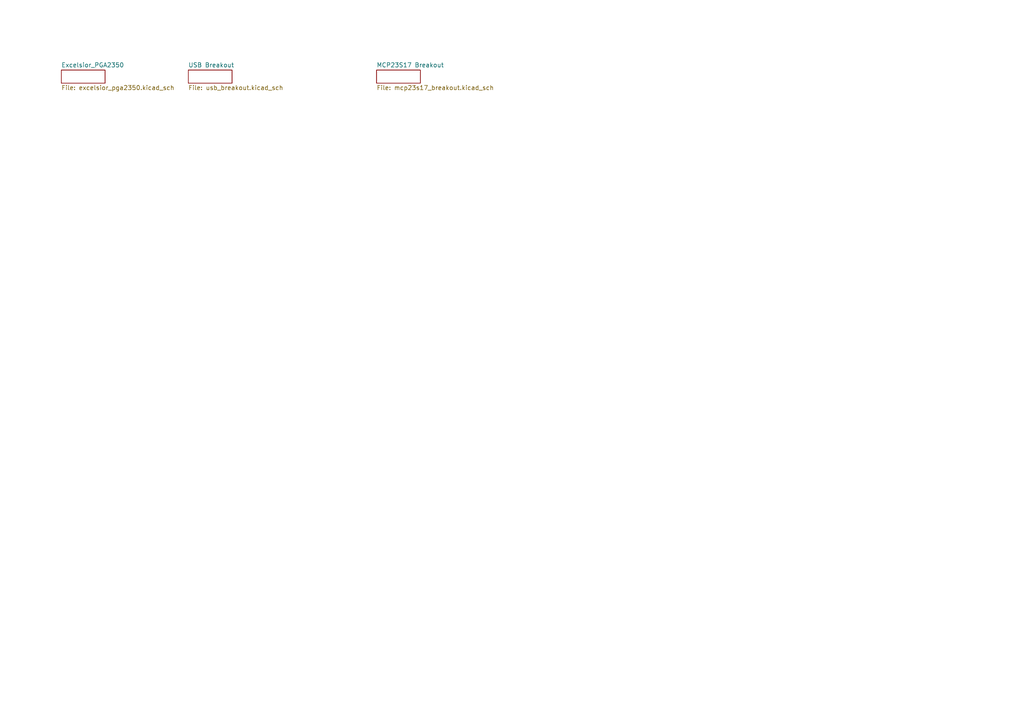
<source format=kicad_sch>
(kicad_sch
	(version 20250114)
	(generator "eeschema")
	(generator_version "9.0")
	(uuid "68aab48b-d026-4610-86b4-a3277e874325")
	(paper "A4")
	(lib_symbols)
	(sheet
		(at 17.78 20.32)
		(size 12.7 3.81)
		(exclude_from_sim no)
		(in_bom yes)
		(on_board yes)
		(dnp no)
		(fields_autoplaced yes)
		(stroke
			(width 0.1524)
			(type solid)
		)
		(fill
			(color 0 0 0 0.0000)
		)
		(uuid "652b26cd-b3f5-4845-8329-22e46032dc83")
		(property "Sheetname" "Excelsior_PGA2350"
			(at 17.78 19.6084 0)
			(effects
				(font
					(size 1.27 1.27)
				)
				(justify left bottom)
			)
		)
		(property "Sheetfile" "excelsior_pga2350.kicad_sch"
			(at 17.78 24.7146 0)
			(effects
				(font
					(size 1.27 1.27)
				)
				(justify left top)
			)
		)
		(instances
			(project "excelsior"
				(path "/68aab48b-d026-4610-86b4-a3277e874325"
					(page "2")
				)
			)
		)
	)
	(sheet
		(at 54.61 20.32)
		(size 12.7 3.81)
		(exclude_from_sim no)
		(in_bom yes)
		(on_board yes)
		(dnp no)
		(fields_autoplaced yes)
		(stroke
			(width 0.1524)
			(type solid)
		)
		(fill
			(color 0 0 0 0.0000)
		)
		(uuid "bda00b17-12f8-442e-b2a4-5df3e093219f")
		(property "Sheetname" "USB Breakout"
			(at 54.61 19.6084 0)
			(effects
				(font
					(size 1.27 1.27)
				)
				(justify left bottom)
			)
		)
		(property "Sheetfile" "usb_breakout.kicad_sch"
			(at 54.61 24.7146 0)
			(effects
				(font
					(size 1.27 1.27)
				)
				(justify left top)
			)
		)
		(instances
			(project "excelsior"
				(path "/68aab48b-d026-4610-86b4-a3277e874325"
					(page "3")
				)
			)
		)
	)
	(sheet
		(at 109.22 20.32)
		(size 12.7 3.81)
		(exclude_from_sim no)
		(in_bom yes)
		(on_board yes)
		(dnp no)
		(fields_autoplaced yes)
		(stroke
			(width 0.1524)
			(type solid)
		)
		(fill
			(color 0 0 0 0.0000)
		)
		(uuid "ff516767-a2e5-416e-873f-051309b60321")
		(property "Sheetname" "MCP23S17 Breakout"
			(at 109.22 19.6084 0)
			(effects
				(font
					(size 1.27 1.27)
				)
				(justify left bottom)
			)
		)
		(property "Sheetfile" "mcp23s17_breakout.kicad_sch"
			(at 109.22 24.7146 0)
			(effects
				(font
					(size 1.27 1.27)
				)
				(justify left top)
			)
		)
		(instances
			(project "excelsior"
				(path "/68aab48b-d026-4610-86b4-a3277e874325"
					(page "4")
				)
			)
		)
	)
	(sheet_instances
		(path "/"
			(page "1")
		)
	)
	(embedded_fonts no)
)

</source>
